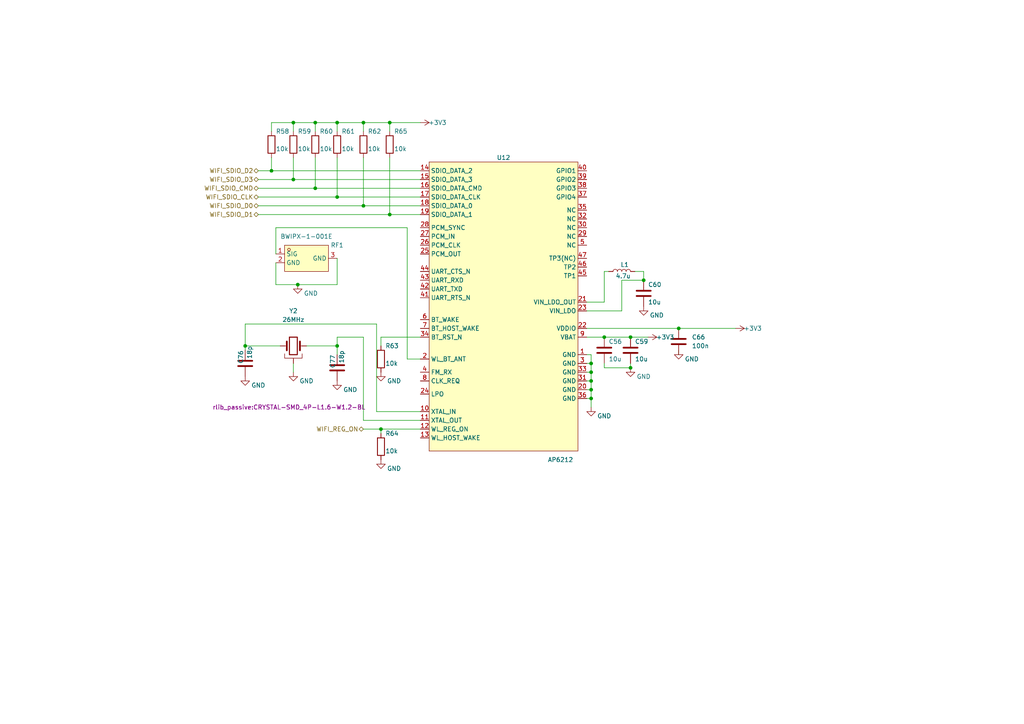
<source format=kicad_sch>
(kicad_sch (version 20211123) (generator eeschema)
  (paper "A4")
  (lib_symbols
    (symbol "C_18" (pin_numbers hide) (pin_names (offset 0.254))
      (property "Reference" "C" (at 0.635 2.54 0))
      (property "Value" "C_18" (at 0.635 -2.54 0))
      (symbol "C_18_0_1"
        (polyline (pts (xy -2.032 -0.762) (xy 2.032 -0.762)) (stroke (width 0.508)))
        (polyline (pts (xy -2.032 0.762) (xy 2.032 0.762)) (stroke (width 0.508)))
      )
      (symbol "C_18_1_1"
        (pin passive line (at 0 3.81 270) (length 2.794) (name "~") (number "1"))
        (pin passive line (at 0 -3.81 90) (length 2.794) (name "~") (number "2"))
      )
    )
    (symbol "C_19" (pin_numbers hide) (pin_names (offset 0.254))
      (property "Reference" "C" (at 0.635 2.54 0))
      (property "Value" "C_19" (at 0.635 -2.54 0))
      (symbol "C_19_0_1"
        (polyline (pts (xy -2.032 -0.762) (xy 2.032 -0.762)) (stroke (width 0.508)))
        (polyline (pts (xy -2.032 0.762) (xy 2.032 0.762)) (stroke (width 0.508)))
      )
      (symbol "C_19_1_1"
        (pin passive line (at 0 3.81 270) (length 2.794) (name "~") (number "1"))
        (pin passive line (at 0 -3.81 90) (length 2.794) (name "~") (number "2"))
      )
    )
    (symbol "C_7" (pin_numbers hide) (pin_names (offset 0.254))
      (property "Reference" "C" (at 0.635 2.54 0))
      (property "Value" "C_7" (at 0.635 -2.54 0))
      (symbol "C_7_0_1"
        (polyline (pts (xy -2.032 -0.762) (xy 2.032 -0.762)) (stroke (width 0.508)))
        (polyline (pts (xy -2.032 0.762) (xy 2.032 0.762)) (stroke (width 0.508)))
      )
      (symbol "C_7_1_1"
        (pin passive line (at 0 3.81 270) (length 2.794) (name "~") (number "1"))
        (pin passive line (at 0 -3.81 90) (length 2.794) (name "~") (number "2"))
      )
    )
    (symbol "power:+3V3" (power) (pin_names (offset 0))
      (property "Value" "+3V3" (at 0 3.556 0))
      (symbol "+3V3_0_1"
        (polyline (pts (xy -0.762 1.27) (xy 0 2.54)))
        (polyline (pts (xy 0 0) (xy 0 2.54)))
        (polyline (pts (xy 0 2.54) (xy 0.762 1.27)))
      )
      (symbol "+3V3_1_1"
        (pin power_in line (at 0 0 90) (length 0) hide (name "+3V3") (number "1"))
      )
    )
    (symbol "power:GND" (power) (pin_names (offset 0))
      (property "Value" "GND" (at 0 -3.81 0))
      (symbol "GND_0_1"
        (polyline (pts (xy 0 0) (xy 0 -1.27) (xy 1.27 -1.27) (xy 0 -2.54) (xy -1.27 -1.27) (xy 0 -1.27)))
      )
      (symbol "GND_1_1"
        (pin power_in line (at 0 0 270) (length 0) hide (name "GND") (number "1"))
      )
    )
    (symbol "rlib_connectors:BWIPX-1-001E"
      (property "Reference" "RF" (at 0 6.35 0))
      (property "Value" "BWIPX-1-001E" (at 0 -6.35 0))
      (symbol "BWIPX-1-001E_0_1"
        (rectangle (start -6.35 3.81) (end 6.35 -3.81) (fill (type background)))
        (circle (center -5.08 2.54) (radius 0.38))
        (pin unspecified line (at -8.89 1.27 0) (length 2.54) (name "SIG") (number "1"))
        (pin unspecified line (at -8.89 -1.27 0) (length 2.54) (name "GND") (number "2"))
        (pin unspecified line (at 8.89 0 180) (length 2.54) (name "GND") (number "3"))
      )
    )
    (symbol "rlib_modules:AP6212"
      (property "Reference" "U" (at 0 33.02 0))
      (property "Value" "AP6212" (at 0 -59.69 0))
      (symbol "AP6212_0_1"
        (rectangle (start -21.59 31.75) (end 21.59 -52.07) (fill (type background)))
        (pin unspecified line (at 24.13 -24.13 180) (length 2.54) (name "GND") (number "1"))
        (pin unspecified line (at -24.13 -40.64 0) (length 2.54) (name "XTAL_IN") (number "10"))
        (pin unspecified line (at -24.13 -43.18 0) (length 2.54) (name "XTAL_OUT") (number "11"))
        (pin unspecified line (at -24.13 -45.72 0) (length 2.54) (name "WL_REG_ON") (number "12"))
        (pin unspecified line (at -24.13 -48.26 0) (length 2.54) (name "WL_HOST_WAKE") (number "13"))
        (pin unspecified line (at -24.13 29.21 0) (length 2.54) (name "SDIO_DATA_2") (number "14"))
        (pin unspecified line (at -24.13 26.67 0) (length 2.54) (name "SDIO_DATA_3") (number "15"))
        (pin unspecified line (at -24.13 24.13 0) (length 2.54) (name "SDIO_DATA_CMD") (number "16"))
        (pin unspecified line (at -24.13 21.59 0) (length 2.54) (name "SDIO_DATA_CLK") (number "17"))
        (pin unspecified line (at -24.13 19.05 0) (length 2.54) (name "SDIO_DATA_0") (number "18"))
        (pin unspecified line (at -24.13 16.51 0) (length 2.54) (name "SDIO_DATA_1") (number "19"))
        (pin unspecified line (at -24.13 -25.4 0) (length 2.54) (name "WL_BT_ANT") (number "2"))
        (pin unspecified line (at 24.13 -34.29 180) (length 2.54) (name "GND") (number "20"))
        (pin unspecified line (at 24.13 -8.89 180) (length 2.54) (name "VIN_LDO_OUT") (number "21"))
        (pin unspecified line (at 24.13 -16.51 180) (length 2.54) (name "VDDIO") (number "22"))
        (pin unspecified line (at 24.13 -11.43 180) (length 2.54) (name "VIN_LDO") (number "23"))
        (pin unspecified line (at -24.13 -35.56 0) (length 2.54) (name "LPO") (number "24"))
        (pin unspecified line (at -24.13 5.08 0) (length 2.54) (name "PCM_OUT") (number "25"))
        (pin unspecified line (at -24.13 7.62 0) (length 2.54) (name "PCM_CLK") (number "26"))
        (pin unspecified line (at -24.13 10.16 0) (length 2.54) (name "PCM_IN") (number "27"))
        (pin unspecified line (at -24.13 12.7 0) (length 2.54) (name "PCM_SYNC") (number "28"))
        (pin unspecified line (at 24.13 10.16 180) (length 2.54) (name "NC") (number "29"))
        (pin unspecified line (at 24.13 -26.67 180) (length 2.54) (name "GND") (number "3"))
        (pin unspecified line (at 24.13 12.7 180) (length 2.54) (name "NC") (number "30"))
        (pin unspecified line (at 24.13 -31.75 180) (length 2.54) (name "GND") (number "31"))
        (pin unspecified line (at 24.13 15.24 180) (length 2.54) (name "NC") (number "32"))
        (pin unspecified line (at 24.13 -29.21 180) (length 2.54) (name "GND") (number "33"))
        (pin unspecified line (at -24.13 -19.05 0) (length 2.54) (name "BT_RST_N") (number "34"))
        (pin unspecified line (at 24.13 17.78 180) (length 2.54) (name "NC") (number "35"))
        (pin unspecified line (at 24.13 -36.83 180) (length 2.54) (name "GND") (number "36"))
        (pin unspecified line (at 24.13 21.59 180) (length 2.54) (name "GPIO4") (number "37"))
        (pin unspecified line (at 24.13 24.13 180) (length 2.54) (name "GPIO3") (number "38"))
        (pin unspecified line (at 24.13 26.67 180) (length 2.54) (name "GPIO2") (number "39"))
        (pin unspecified line (at -24.13 -29.21 0) (length 2.54) (name "FM_RX") (number "4"))
        (pin unspecified line (at 24.13 29.21 180) (length 2.54) (name "GPIO1") (number "40"))
        (pin unspecified line (at -24.13 -7.62 0) (length 2.54) (name "UART_RTS_N") (number "41"))
        (pin unspecified line (at -24.13 -5.08 0) (length 2.54) (name "UART_TXD") (number "42"))
        (pin unspecified line (at -24.13 -2.54 0) (length 2.54) (name "UART_RXD") (number "43"))
        (pin unspecified line (at -24.13 0 0) (length 2.54) (name "UART_CTS_N") (number "44"))
        (pin unspecified line (at 24.13 -1.27 180) (length 2.54) (name "TP1") (number "45"))
        (pin unspecified line (at 24.13 1.27 180) (length 2.54) (name "TP2") (number "46"))
        (pin unspecified line (at 24.13 3.81 180) (length 2.54) (name "TP3(NC)") (number "47"))
        (pin unspecified line (at 24.13 7.62 180) (length 2.54) (name "NC") (number "5"))
        (pin unspecified line (at -24.13 -13.97 0) (length 2.54) (name "BT_WAKE") (number "6"))
        (pin unspecified line (at -24.13 -16.51 0) (length 2.54) (name "BT_HOST_WAKE") (number "7"))
        (pin unspecified line (at -24.13 -31.75 0) (length 2.54) (name "CLK_REQ") (number "8"))
        (pin unspecified line (at 24.13 -19.05 180) (length 2.54) (name "VBAT") (number "9"))
      )
    )
    (symbol "rlib_passive:26МHz" (pin_numbers hide) (pin_names (offset 1.016) hide)
      (property "Reference" "Y" (at 0 3.81 0))
      (property "Value" "26МHz" (at 6.35 -2.54 0))
      (property "Footprint" "rlib_passive:CRYSTAL-SMD_4P-L1.6-W1.2-BL" (at 0 -6.35 0))
      (symbol "26МHz_0_1"
        (rectangle (start -1.143 2.54) (end 1.143 -2.54) (stroke (width 0.3048)))
        (polyline (pts (xy -2.54 0) (xy -1.905 0)))
        (polyline (pts (xy -1.905 -1.27) (xy -1.905 1.27)) (stroke (width 0.508)))
        (polyline (pts (xy 0 -3.81) (xy 0 -3.556)))
        (polyline (pts (xy 1.905 0) (xy 2.54 0)))
        (polyline (pts (xy 1.905 1.27) (xy 1.905 -1.27)) (stroke (width 0.508)))
        (polyline (pts (xy -2.54 -2.286) (xy -2.54 -3.556) (xy 2.54 -3.556) (xy 2.54 -2.286)))
      )
      (symbol "26МHz_1_1"
        (pin passive line (at -3.81 0 0) (length 1.27) (name "1") (number "1"))
        (pin passive line (at 3.81 0 180) (length 1.27) (name "2") (number "2"))
        (pin passive line (at 0 -5.08 90) (length 1.27) (name "3") (number "3"))
      )
    )
    (symbol "rlib_passive:L" (pin_numbers hide) (pin_names (offset 1.016) hide)
      (property "Reference" "L" (at -1.27 0 90))
      (property "Value" "L" (at 1.905 0 90))
      (symbol "L_0_1"
        (arc (start 0 -2.54) (mid 0.635 -1.905) (end 0 -1.27))
        (arc (start 0 -1.27) (mid 0.635 -0.635) (end 0 0))
        (arc (start 0 0) (mid 0.635 0.635) (end 0 1.27))
        (arc (start 0 1.27) (mid 0.635 1.905) (end 0 2.54))
      )
      (symbol "L_1_1"
        (pin passive line (at 0 3.81 270) (length 1.27) (name "1") (number "1"))
        (pin passive line (at 0 -3.81 90) (length 1.27) (name "2") (number "2"))
      )
    )
    (symbol "rlib_passive:R" (pin_numbers hide) (pin_names (offset 0))
      (property "Reference" "R" (at 2.032 0 90))
      (property "Value" "R" (at 0 0 90))
      (symbol "R_0_1"
        (rectangle (start -1.016 -2.54) (end 1.016 2.54) (stroke (width 0.254)))
      )
      (symbol "R_1_1"
        (pin passive line (at 0 3.81 270) (length 1.27) (name "~") (number "1"))
        (pin passive line (at 0 -3.81 90) (length 1.27) (name "~") (number "2"))
      )
    )
  )
  (junction (at 171.45 105.41))
  (junction (at 105.41 59.69))
  (junction (at 85.09 52.07))
  (junction (at 105.41 35.56))
  (junction (at 110.49 124.46))
  (junction (at 71.12 100.33))
  (junction (at 182.88 97.79))
  (junction (at 175.26 97.79))
  (junction (at 85.09 35.56))
  (junction (at 91.44 54.61))
  (junction (at 196.85 95.25))
  (junction (at 171.45 113.03))
  (junction (at 182.88 106.68))
  (junction (at 186.69 81.28))
  (junction (at 97.79 35.56))
  (junction (at 97.79 57.15))
  (junction (at 78.74 49.53))
  (junction (at 113.03 35.56))
  (junction (at 171.45 115.57))
  (junction (at 171.45 110.49))
  (junction (at 91.44 35.56))
  (junction (at 86.36 82.55))
  (junction (at 113.03 62.23))
  (junction (at 97.79 100.33))
  (junction (at 171.45 107.95))
  (wire (pts (xy 175.26 106.68) (xy 182.88 106.68)))
  (wire (pts (xy 170.18 97.79) (xy 175.26 97.79)))
  (wire (pts (xy 109.22 93.98) (xy 71.12 93.98)))
  (wire (pts (xy 86.36 82.55) (xy 80.01 82.55)))
  (wire (pts (xy 196.85 102.87) (xy 196.85 101.6)))
  (wire (pts (xy 170.18 95.25) (xy 196.85 95.25)))
  (wire (pts (xy 186.69 81.28) (xy 186.69 78.74)))
  (wire (pts (xy 196.85 95.25) (xy 213.36 95.25)))
  (wire (pts (xy 110.49 100.33) (xy 110.49 97.79)))
  (wire (pts (xy 121.92 121.92) (xy 105.41 121.92)))
  (wire (pts (xy 105.41 45.72) (xy 105.41 59.69)))
  (wire (pts (xy 110.49 124.46) (xy 110.49 125.73)))
  (wire (pts (xy 110.49 97.79) (xy 121.92 97.79)))
  (wire (pts (xy 71.12 93.98) (xy 71.12 100.33)))
  (wire (pts (xy 78.74 49.53) (xy 121.92 49.53)))
  (wire (pts (xy 171.45 115.57) (xy 170.18 115.57)))
  (wire (pts (xy 71.12 100.33) (xy 81.28 100.33)))
  (wire (pts (xy 171.45 105.41) (xy 171.45 107.95)))
  (wire (pts (xy 171.45 102.87) (xy 171.45 105.41)))
  (wire (pts (xy 97.79 97.79) (xy 97.79 100.33)))
  (wire (pts (xy 118.11 66.04) (xy 118.11 104.14)))
  (wire (pts (xy 97.79 57.15) (xy 121.92 57.15)))
  (wire (pts (xy 105.41 124.46) (xy 110.49 124.46)))
  (wire (pts (xy 85.09 35.56) (xy 91.44 35.56)))
  (wire (pts (xy 113.03 35.56) (xy 121.92 35.56)))
  (wire (pts (xy 105.41 59.69) (xy 121.92 59.69)))
  (wire (pts (xy 97.79 35.56) (xy 105.41 35.56)))
  (wire (pts (xy 186.69 78.74) (xy 184.15 78.74)))
  (wire (pts (xy 85.09 45.72) (xy 85.09 52.07)))
  (wire (pts (xy 74.93 49.53) (xy 78.74 49.53)))
  (wire (pts (xy 97.79 45.72) (xy 97.79 57.15)))
  (wire (pts (xy 85.09 105.41) (xy 85.09 107.95)))
  (wire (pts (xy 97.79 82.55) (xy 86.36 82.55)))
  (wire (pts (xy 171.45 110.49) (xy 170.18 110.49)))
  (wire (pts (xy 80.01 66.04) (xy 118.11 66.04)))
  (wire (pts (xy 80.01 73.66) (xy 80.01 66.04)))
  (wire (pts (xy 97.79 74.93) (xy 97.79 82.55)))
  (wire (pts (xy 180.34 81.28) (xy 186.69 81.28)))
  (wire (pts (xy 88.9 100.33) (xy 97.79 100.33)))
  (wire (pts (xy 97.79 35.56) (xy 97.79 38.1)))
  (wire (pts (xy 171.45 107.95) (xy 171.45 110.49)))
  (wire (pts (xy 175.26 87.63) (xy 170.18 87.63)))
  (wire (pts (xy 171.45 113.03) (xy 171.45 115.57)))
  (wire (pts (xy 182.88 97.79) (xy 187.96 97.79)))
  (wire (pts (xy 171.45 115.57) (xy 171.45 118.11)))
  (wire (pts (xy 105.41 121.92) (xy 105.41 97.79)))
  (wire (pts (xy 74.93 57.15) (xy 97.79 57.15)))
  (wire (pts (xy 91.44 35.56) (xy 97.79 35.56)))
  (wire (pts (xy 71.12 101.6) (xy 71.12 100.33)))
  (wire (pts (xy 105.41 97.79) (xy 97.79 97.79)))
  (wire (pts (xy 113.03 62.23) (xy 121.92 62.23)))
  (wire (pts (xy 113.03 45.72) (xy 113.03 62.23)))
  (wire (pts (xy 97.79 100.33) (xy 97.79 102.87)))
  (wire (pts (xy 109.22 119.38) (xy 109.22 93.98)))
  (wire (pts (xy 91.44 45.72) (xy 91.44 54.61)))
  (wire (pts (xy 121.92 119.38) (xy 109.22 119.38)))
  (wire (pts (xy 80.01 82.55) (xy 80.01 76.2)))
  (wire (pts (xy 175.26 97.79) (xy 182.88 97.79)))
  (wire (pts (xy 85.09 35.56) (xy 85.09 38.1)))
  (wire (pts (xy 85.09 52.07) (xy 121.92 52.07)))
  (wire (pts (xy 74.93 52.07) (xy 85.09 52.07)))
  (wire (pts (xy 171.45 113.03) (xy 170.18 113.03)))
  (wire (pts (xy 74.93 62.23) (xy 113.03 62.23)))
  (wire (pts (xy 105.41 35.56) (xy 113.03 35.56)))
  (wire (pts (xy 175.26 105.41) (xy 175.26 106.68)))
  (wire (pts (xy 180.34 81.28) (xy 180.34 90.17)))
  (wire (pts (xy 110.49 124.46) (xy 121.92 124.46)))
  (wire (pts (xy 78.74 38.1) (xy 78.74 35.56)))
  (wire (pts (xy 175.26 78.74) (xy 176.53 78.74)))
  (wire (pts (xy 105.41 35.56) (xy 105.41 38.1)))
  (wire (pts (xy 78.74 45.72) (xy 78.74 49.53)))
  (wire (pts (xy 171.45 107.95) (xy 170.18 107.95)))
  (wire (pts (xy 91.44 35.56) (xy 91.44 38.1)))
  (wire (pts (xy 175.26 78.74) (xy 175.26 87.63)))
  (wire (pts (xy 171.45 102.87) (xy 170.18 102.87)))
  (wire (pts (xy 74.93 59.69) (xy 105.41 59.69)))
  (wire (pts (xy 182.88 105.41) (xy 182.88 106.68)))
  (wire (pts (xy 78.74 35.56) (xy 85.09 35.56)))
  (wire (pts (xy 171.45 105.41) (xy 170.18 105.41)))
  (wire (pts (xy 91.44 54.61) (xy 121.92 54.61)))
  (wire (pts (xy 74.93 54.61) (xy 91.44 54.61)))
  (wire (pts (xy 171.45 110.49) (xy 171.45 113.03)))
  (wire (pts (xy 170.18 90.17) (xy 180.34 90.17)))
  (wire (pts (xy 118.11 104.14) (xy 121.92 104.14)))
  (wire (pts (xy 113.03 35.56) (xy 113.03 38.1)))
  (hierarchical_label "WIFI_SDIO_D1" (shape bidirectional) (at 74.93 62.23 180))
  (hierarchical_label "WIFI_SDIO_D2" (shape bidirectional) (at 74.93 49.53 180))
  (hierarchical_label "WIFI_SDIO_CLK" (shape bidirectional) (at 74.93 57.15 180))
  (hierarchical_label "WIFI_SDIO_D0" (shape bidirectional) (at 74.93 59.69 180))
  (hierarchical_label "WIFI_REG_ON" (shape bidirectional) (at 105.41 124.46 180))
  (hierarchical_label "WIFI_SDIO_D3" (shape bidirectional) (at 74.93 52.07 180))
  (hierarchical_label "WIFI_SDIO_CMD" (shape bidirectional) (at 74.93 54.61 180))
  (symbol (lib_id "rlib_passive:R") (at 110.49 104.14 0) (unit 1)
    (property "Reference" "R63" (at 111.76 100.33 0) (effects (justify left)))
    (property "Value" "10k" (at 111.76 105.41 0) (effects (justify left)))
    (property "Footprint" "rlib_passive:R_0603_1608Metric" (effects hide))
    (property "Tolerance" "1%" (effects hide))
    (property "Manufacturer" "Viking Tech" (effects hide))
    (property "LCSC partnumber" "C217687" (effects hide))
    (property "Mnfct. partnumber" "ARG03FTC1002" (effects hide))
  )
  (symbol (lib_id "power:GND") (at 97.79 110.49 0) (unit 1)
    (property "Reference" "#PWR043" (effects hide))
    (property "Value" "GND" (at 101.6 113.03 0))
  )
  (symbol (lib_id "rlib_passive:R") (at 110.49 129.54 0) (unit 1)
    (property "Reference" "R64" (at 111.76 125.73 0) (effects (justify left)))
    (property "Value" "10k" (at 111.76 130.81 0) (effects (justify left)))
    (property "Footprint" "rlib_passive:R_0603_1608Metric" (effects hide))
    (property "Tolerance" "1%" (effects hide))
    (property "Manufacturer" "Viking Tech" (effects hide))
    (property "LCSC partnumber" "C217687" (effects hide))
    (property "Mnfct. partnumber" "ARG03FTC1002" (effects hide))
  )
  (symbol (lib_id "power:GND") (at 110.49 133.35 0) (unit 1)
    (property "Reference" "#PWR027" (effects hide))
    (property "Value" "GND" (at 114.3 135.89 0))
  )
  (symbol (lib_id "rlib_modules:AP6212") (at 146.05 78.74 0) (unit 1)
    (property "Reference" "U12" (at 146.05 45.72 0))
    (property "Value" "AP6212" (at 162.56 133.35 0))
    (property "Footprint" "rlib_modules:QFN-44_L12.0-W12.0-P0.90-TL_AP6212" (effects hide))
    (property "Manufacturer" "AMPAK(正基科技)" (effects hide))
    (property "LCSC Part" "C2798300" (effects hide))
    (property "JLC Part" "Extended Part" (effects hide))
    (property "Footprint" "rlib_modules:QFN-44_L12.0-W12.0-P0.90-TL_AP6212" (effects hide))
    (property "Reference" "U" (effects hide))
    (property "Value" "AP6212" (effects hide))
    (property "Mnfct. partnumber" "AP6212" (effects hide))
  )
  (symbol (lib_id "power:+3V3") (at 213.36 95.25 270) (unit 1)
    (property "Reference" "#PWR0140" (effects hide))
    (property "Value" "+3V3" (at 220.98 95.25 90) (effects (justify right)))
  )
  (symbol (lib_id "rlib_connectors:BWIPX-1-001E") (at 88.9 74.93 0) (unit 1)
    (property "Reference" "RF1" (at 97.79 71.12 0))
    (property "Value" "BWIPX-1-001E" (at 88.9 68.58 0))
    (property "Footprint" "rlib_connectors:IPEX-SMD_BWIPX-1-001E" (effects hide))
    (property "Manufacturer" "BAT WIRELESS(蝙蝠无线)" (effects hide))
    (property "LCSC Part" "C496552" (effects hide))
    (property "JLC Part" "Extended Part" (effects hide))
  )
  (symbol (lib_id "rlib_passive:26МHz") (at 85.09 100.33 0) (unit 1)
    (property "Reference" "Y2" (at 85.09 90.17 0))
    (property "Value" "26МHz" (at 85.09 92.71 0))
    (property "Footprint" "rlib_passive:CRYSTAL-SMD_4P-L1.6-W1.2-BL" (at 83.82 118.11 0))
  )
  (symbol (lib_name "C_7") (lib_id "rlib_passive:C") (at 196.85 99.06 0) (unit 1)
    (property "Reference" "C66" (at 200.66 97.7899 0) (effects (justify left)))
    (property "Value" "100n" (at 200.66 100.3299 0) (effects (justify left)))
    (property "Footprint" "rlib_passive:C_0603_1608Metric" (effects hide))
    (property "Manufacturer" "Murata" (effects hide))
    (property "Mnfct. partnumber" "GRM188R71C104KA01D " (effects hide))
    (property "LCSC partnumber" "C45000" (effects hide))
  )
  (symbol (lib_id "power:GND") (at 196.85 101.6 0) (unit 1)
    (property "Reference" "#PWR0141" (effects hide))
    (property "Value" "GND" (at 200.66 104.14 0))
  )
  (symbol (lib_name "C_19") (lib_id "rlib_passive:C") (at 182.88 101.6 0) (unit 1)
    (property "Reference" "C59" (at 184.15 99.06 0) (effects (justify left)))
    (property "Value" "10u" (at 184.15 104.14 0) (effects (justify left)))
    (property "Footprint" "rlib_passive:C_0603_1608Metric" (effects hide))
    (property "Manufacturer" "Murata" (effects hide))
    (property "Mnfct. partnumber" "GRM188R61E106MA73D " (effects hide))
    (property "LCSC partnumber" "C91606" (effects hide))
  )
  (symbol (lib_id "power:GND") (at 86.36 82.55 0) (unit 1)
    (property "Reference" "#PWR031" (effects hide))
    (property "Value" "GND" (at 90.17 85.09 0))
  )
  (symbol (lib_id "power:GND") (at 110.49 107.95 0) (unit 1)
    (property "Reference" "#PWR025" (effects hide))
    (property "Value" "GND" (at 114.3 110.49 0))
  )
  (symbol (lib_id "rlib_passive:L") (at 180.34 78.74 90) (unit 1)
    (property "Reference" "L1" (at 181.1924 76.7822 90))
    (property "Value" "4.7u" (at 180.7551 80.0615 90))
    (property "Footprint" "rlib_passive:IND_LQH32PN4R7NN0L" (effects hide))
  )
  (symbol (lib_id "rlib_passive:R") (at 85.09 41.91 0) (unit 1)
    (property "Reference" "R59" (at 86.36 38.1 0) (effects (justify left)))
    (property "Value" "10k" (at 86.36 43.18 0) (effects (justify left)))
    (property "Footprint" "rlib_passive:R_0603_1608Metric" (effects hide))
    (property "Tolerance" "1%" (effects hide))
    (property "Manufacturer" "Viking Tech" (effects hide))
    (property "LCSC partnumber" "C217687" (effects hide))
    (property "Mnfct. partnumber" "ARG03FTC1002" (effects hide))
  )
  (symbol (lib_id "rlib_passive:R") (at 105.41 41.91 0) (unit 1)
    (property "Reference" "R62" (at 106.68 38.1 0) (effects (justify left)))
    (property "Value" "10k" (at 106.68 43.18 0) (effects (justify left)))
    (property "Footprint" "rlib_passive:R_0603_1608Metric" (effects hide))
    (property "Tolerance" "1%" (effects hide))
    (property "Manufacturer" "Viking Tech" (effects hide))
    (property "LCSC partnumber" "C217687" (effects hide))
    (property "Mnfct. partnumber" "ARG03FTC1002" (effects hide))
  )
  (symbol (lib_id "power:GND") (at 171.45 118.11 0) (unit 1)
    (property "Reference" "#PWR0144" (effects hide))
    (property "Value" "GND" (at 175.26 120.65 0))
  )
  (symbol (lib_id "power:GND") (at 182.88 106.68 0) (unit 1)
    (property "Reference" "#PWR0139" (effects hide))
    (property "Value" "GND" (at 186.69 109.22 0))
  )
  (symbol (lib_id "power:+3V3") (at 121.92 35.56 270) (unit 1)
    (property "Reference" "#PWR0145" (effects hide))
    (property "Value" "+3V3" (at 129.54 35.56 90) (effects (justify right)))
  )
  (symbol (lib_name "C_19") (lib_id "rlib_passive:C") (at 175.26 101.6 0) (unit 1)
    (property "Reference" "C56" (at 176.53 99.06 0) (effects (justify left)))
    (property "Value" "10u" (at 176.53 104.14 0) (effects (justify left)))
    (property "Footprint" "rlib_passive:C_0603_1608Metric" (effects hide))
    (property "Manufacturer" "Murata" (effects hide))
    (property "Mnfct. partnumber" "GRM188R61E106MA73D " (effects hide))
    (property "LCSC partnumber" "C91606" (effects hide))
  )
  (symbol (lib_id "power:GND") (at 186.69 88.9 0) (unit 1)
    (property "Reference" "#PWR0142" (effects hide))
    (property "Value" "GND" (at 190.5 91.44 0))
  )
  (symbol (lib_id "rlib_passive:R") (at 97.79 41.91 0) (unit 1)
    (property "Reference" "R61" (at 99.06 38.1 0) (effects (justify left)))
    (property "Value" "10k" (at 99.06 43.18 0) (effects (justify left)))
    (property "Footprint" "rlib_passive:R_0603_1608Metric" (effects hide))
    (property "Tolerance" "1%" (effects hide))
    (property "Manufacturer" "Viking Tech" (effects hide))
    (property "LCSC partnumber" "C217687" (effects hide))
    (property "Mnfct. partnumber" "ARG03FTC1002" (effects hide))
  )
  (symbol (lib_id "power:GND") (at 85.09 107.95 0) (unit 1)
    (property "Reference" "#PWR035" (effects hide))
    (property "Value" "GND" (at 88.9 110.49 0))
  )
  (symbol (lib_name "C_19") (lib_id "rlib_passive:C") (at 186.69 85.09 0) (unit 1)
    (property "Reference" "C60" (at 187.96 82.55 0) (effects (justify left)))
    (property "Value" "10u" (at 187.96 87.63 0) (effects (justify left)))
    (property "Footprint" "rlib_passive:C_0603_1608Metric" (effects hide))
    (property "Manufacturer" "Murata" (effects hide))
    (property "Mnfct. partnumber" "GRM188R61E106MA73D " (effects hide))
    (property "LCSC partnumber" "C91606" (effects hide))
  )
  (symbol (lib_id "power:GND") (at 71.12 109.22 0) (unit 1)
    (property "Reference" "#PWR034" (effects hide))
    (property "Value" "GND" (at 74.93 111.76 0))
  )
  (symbol (lib_name "C_18") (lib_id "rlib_passive:C") (at 97.79 106.68 180) (unit 1)
    (property "Reference" "C77" (at 96.52 102.87 90) (effects (justify left)))
    (property "Value" "18p" (at 99.06 101.6 90) (effects (justify left)))
    (property "Footprint" "rlib_passive:C_0603_1608Metric" (effects hide))
    (property "Manufacturer" "YAGEO" (effects hide))
    (property "Mnfct. partnumber" "CC0402JRNPO9BN180" (effects hide))
    (property "LCSC partnumber" "C106202" (effects hide))
    (property "TC" "1%" (effects hide))
  )
  (symbol (lib_id "rlib_passive:R") (at 78.74 41.91 0) (unit 1)
    (property "Reference" "R58" (at 80.01 38.1 0) (effects (justify left)))
    (property "Value" "10k" (at 80.01 43.18 0) (effects (justify left)))
    (property "Footprint" "rlib_passive:R_0603_1608Metric" (effects hide))
    (property "Tolerance" "1%" (effects hide))
    (property "Manufacturer" "Viking Tech" (effects hide))
    (property "LCSC partnumber" "C217687" (effects hide))
    (property "Mnfct. partnumber" "ARG03FTC1002" (effects hide))
  )
  (symbol (lib_id "rlib_passive:R") (at 91.44 41.91 0) (unit 1)
    (property "Reference" "R60" (at 92.71 38.1 0) (effects (justify left)))
    (property "Value" "10k" (at 92.71 43.18 0) (effects (justify left)))
    (property "Footprint" "rlib_passive:R_0603_1608Metric" (effects hide))
    (property "Tolerance" "1%" (effects hide))
    (property "Manufacturer" "Viking Tech" (effects hide))
    (property "LCSC partnumber" "C217687" (effects hide))
    (property "Mnfct. partnumber" "ARG03FTC1002" (effects hide))
  )
  (symbol (lib_name "C_18") (lib_id "rlib_passive:C") (at 71.12 105.41 180) (unit 1)
    (property "Reference" "C76" (at 69.85 101.6 90) (effects (justify left)))
    (property "Value" "18p" (at 72.39 100.33 90) (effects (justify left)))
    (property "Footprint" "rlib_passive:C_0603_1608Metric" (effects hide))
    (property "Manufacturer" "YAGEO" (effects hide))
    (property "Mnfct. partnumber" "CC0402JRNPO9BN180" (effects hide))
    (property "LCSC partnumber" "C106202" (effects hide))
    (property "TC" "1%" (effects hide))
  )
  (symbol (lib_id "power:+3V3") (at 187.96 97.79 270) (unit 1)
    (property "Reference" "#PWR0113" (effects hide))
    (property "Value" "+3V3" (at 195.58 97.79 90) (effects (justify right)))
  )
  (symbol (lib_id "rlib_passive:R") (at 113.03 41.91 0) (unit 1)
    (property "Reference" "R65" (at 114.3 38.1 0) (effects (justify left)))
    (property "Value" "10k" (at 114.3 43.18 0) (effects (justify left)))
    (property "Footprint" "rlib_passive:R_0603_1608Metric" (effects hide))
    (property "Tolerance" "1%" (effects hide))
    (property "Manufacturer" "Viking Tech" (effects hide))
    (property "LCSC partnumber" "C217687" (effects hide))
    (property "Mnfct. partnumber" "ARG03FTC1002" (effects hide))
  )
)
</source>
